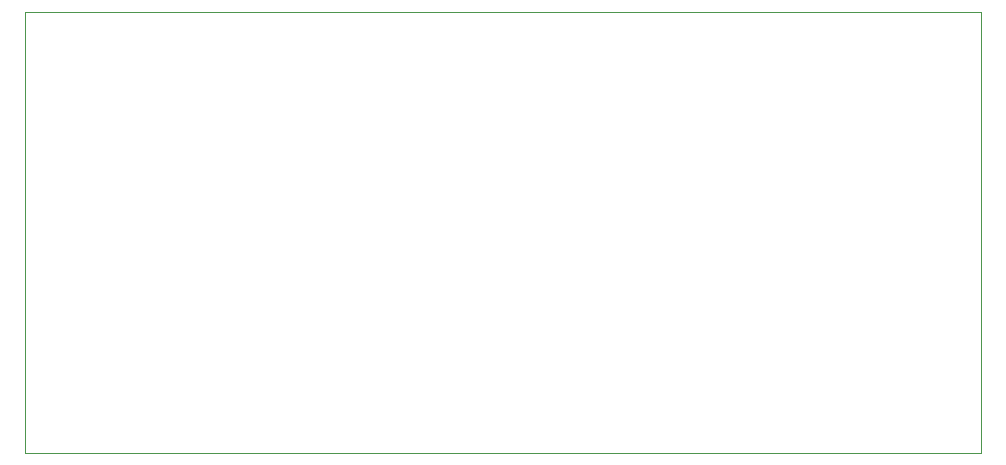
<source format=gm1>
G04 #@! TF.GenerationSoftware,KiCad,Pcbnew,(6.0.0-0)*
G04 #@! TF.CreationDate,2022-02-23T00:42:31+01:00*
G04 #@! TF.ProjectId,AC Power Supply,41432050-6f77-4657-9220-537570706c79,rev?*
G04 #@! TF.SameCoordinates,Original*
G04 #@! TF.FileFunction,Profile,NP*
%FSLAX46Y46*%
G04 Gerber Fmt 4.6, Leading zero omitted, Abs format (unit mm)*
G04 Created by KiCad (PCBNEW (6.0.0-0)) date 2022-02-23 00:42:31*
%MOMM*%
%LPD*%
G01*
G04 APERTURE LIST*
G04 #@! TA.AperFunction,Profile*
%ADD10C,0.100000*%
G04 #@! TD*
G04 APERTURE END LIST*
D10*
X128800000Y-43200000D02*
X47800000Y-43200000D01*
X47800000Y-80600000D02*
X128800000Y-80600000D01*
X128800000Y-80600000D02*
X128800000Y-43200000D01*
X47800000Y-43200000D02*
X47800000Y-80600000D01*
M02*

</source>
